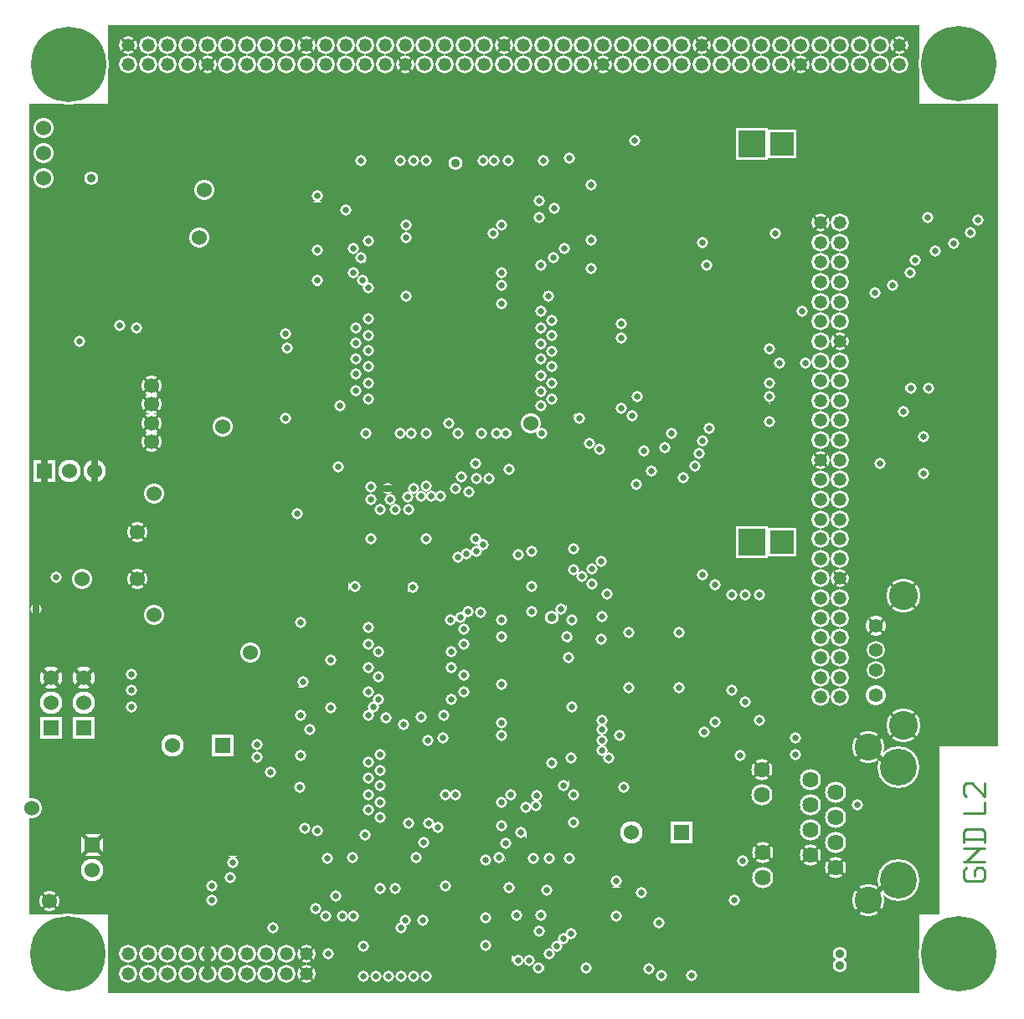
<source format=gbr>
G04 Title: (unknown), layergroup #4 *
G04 Creator: pcb-bin 1.99p *
G04 CreationDate: Sat Nov 20 18:57:41 2004 UTC *
G04 For: clock *
G04 Format: Gerber/RS-274X *
G04 PCB-Dimensions: 394051 394051 *
G04 PCB-Coordinate-Origin: lower left *
%MOIN*%
%FSLAX24Y24*%
G04 contains layers unused (7) *
%IPPOS*%
%ADD11C,0.0070*%
%ADD12C,0.0270*%
%ADD13C,0.0250*%
%ADD14C,0.0450*%
%ADD15C,0.0100*%
%ADD16C,0.0300*%
%ADD17C,0.0400*%
%ADD18C,0.0600*%
%ADD19C,0.0150*%
%ADD20C,0.0350*%
%ADD21R,0.0710X0.0710*%
%ADD22R,0.1010X0.1010*%
%ADD23C,0.0200*%
%ADD24C,0.0080*%
%ADD25R,0.0240X0.0240*%
%ADD26R,0.0540X0.0540*%
%ADD27C,0.0060*%
%ADD28C,0.0110*%
%ADD29C,0.0410*%
%ADD30R,0.0110X0.0110*%
%ADD31R,0.0410X0.0410*%
%ADD32C,0.0500*%
%ADD33R,0.0200X0.0200*%
%ADD34R,0.0500X0.0500*%
%ADD35C,0.0120*%
%ADD36C,0.0420*%
%ADD37R,0.0120X0.0120*%
%ADD38R,0.0420X0.0420*%
%ADD39R,0.0600X0.0600*%
%ADD40R,0.0900X0.0900X0.0600X0.0600*%
%ADD41R,0.0900X0.0900*%
%ADD42C,0.0900X0.0600*%
%ADD43C,0.0900*%
%ADD44R,0.1230X0.1230*%
%ADD45R,0.1530X0.1530*%
%ADD46R,0.0290X0.0290*%
%ADD47C,0.0520*%
%AMTHERM1*7,0,0,0.0720,0.0520,0.0110,45*%
%ADD48THERM1*%
%ADD49C,0.0720X0.0520*%
%ADD50C,0.0720*%
%AMTHERM2*7,0,0,0.0900,0.0600,0.0150,45*%
%ADD51THERM2*%
%ADD52C,0.3000*%
%ADD53C,0.3200X0.3000*%
%ADD54C,0.3200*%
%ADD55R,0.0470X0.0470*%
%ADD56R,0.0490X0.0490*%
%ADD57R,0.0790X0.0790*%
%ADD58R,0.0150X0.0150*%
%ADD59R,0.0450X0.0450*%
%ADD60C,0.1080*%
%ADD61C,0.0230*%
%AMTHERM3*7,0,0,0.1280,0.1080,0.0230,45*%
%ADD62THERM3*%
%ADD63C,0.1280X0.1080*%
%ADD64C,0.1280*%
%ADD65C,0.0640*%
%ADD66C,0.0840X0.0640*%
%ADD67C,0.0840*%
%AMTHERM4*7,0,0,0.0840,0.0640,0.0120,45*%
%ADD68THERM4*%
%ADD69C,0.1470*%
%ADD70C,0.1670X0.1470*%
%ADD71C,0.1670*%
%ADD72C,0.0145*%
%AMTHERM5*7,0,0,0.0840,0.0640,0.0145,45*%
%ADD73THERM5*%
%ADD74C,0.1150*%
%AMTHERM6*7,0,0,0.1350,0.1150,0.0120,45*%
%ADD75THERM6*%
%ADD76C,0.1350X0.1150*%
%ADD77C,0.1350*%
%ADD78C,0.0560*%
%ADD79C,0.0720X0.0560*%
%ADD80C,0.0800X0.0560*%
%ADD81C,0.0800*%
%AMTHERM7*7,0,0,0.0800,0.0560,0.0100,45*%
%ADD82THERM7*%
%ADD83C,0.0160*%
%ADD84C,0.0460*%
%ADD85R,0.0160X0.0160*%
%ADD86R,0.0460X0.0460*%
%ADD87R,0.2000X0.2000*%
%ADD88R,0.2200X0.2200*%
%ADD89R,0.2350X0.2350*%
%ADD90R,0.1100X0.1100*%
%ADD91R,0.1300X0.1300X0.1100X0.1100*%
%ADD92R,0.1300X0.1300*%
%ADD93R,0.0950X0.0950*%
%ADD94R,0.1150X0.1150X0.0950X0.0950*%
%ADD95R,0.1150X0.1150*%
%ADD96R,0.1180X0.1180*%
%ADD97R,0.1380X0.1380*%
%ADD98R,0.0400X0.0400*%
%ADD99R,0.1000X0.1000*%
%ADD100R,0.1200X0.1200*%
%ADD101R,0.0300X0.0300*%
%ADD102R,0.0250X0.0250*%
%ADD103R,0.0170X0.0170*%
%ADD104R,0.0560X0.0560*%
%ADD105R,0.0860X0.0860*%
%ADD106R,0.1220X0.1220*%
%ADD107R,0.1520X0.1520*%
%ADD108R,0.0800X0.0800*%
%ADD109C,0.0084*%
%ADD110C,0.0092*%
%ADD111C,0.0450X0.0250*%
%ADD112C,0.0125*%
%AMTHERM8*7,0,0,0.0800,0.0600,0.0125,45*%
%ADD113THERM8*%
%ADD114C,0.0800X0.0600*%
%ADD115C,0.0075*%
%AMTHERM9*7,0,0,0.0450,0.0250,0.0075,45*%
%ADD116THERM9*%
%ADD117C,0.0360*%
%ADD118C,0.0560X0.0360*%
%AMTHERM10*7,0,0,0.0560,0.0360,0.0080,45*%
%ADD119THERM10*%
%LNGROUP_3*%
%LPD*%
G01X0Y0D02*
G54D15*G36*
X750Y17405D02*X2400D01*
Y20105D01*
X750D01*
Y17405D01*
G37*
G36*
X393Y35861D02*X3543D01*
Y39011D01*
X35826D01*
Y35861D01*
X38976D01*
Y3578D01*
Y10271D01*
X36614D01*
Y3578D01*
X35826D01*
Y428D01*
X3543D01*
Y3578D01*
X393D01*
Y35861D01*
G37*
G36*
X16200Y23505D02*X16700D01*
Y22955D01*
X16200D01*
Y23505D01*
G37*
G36*
X21750Y6455D02*X21100D01*
Y7105D01*
X21750D01*
Y6455D01*
G37*
%LNCUTS*%
%LPC*%
G54D81*X1500Y18155D03*
Y19455D03*
X976Y33905D03*
G54D14*X5750Y25405D03*
Y25705D03*
G54D81*X976Y32905D03*
Y34905D03*
X5500Y34155D03*
Y34905D03*
Y32655D03*
Y33405D03*
G54D78*X5850Y31055D03*
X2850Y32905D03*
G54D14*X2400Y26405D03*
X4000Y27055D03*
X4650Y26955D03*
X24100Y34805D03*
X18400Y32855D03*
X19850D03*
X22300Y34705D03*
X20000Y33605D03*
X24500Y34405D03*
X18900Y33605D03*
X19450D03*
X18450D03*
X19200Y29155D03*
Y28655D03*
X20750Y28555D03*
Y30405D03*
X23950Y28205D03*
X26900Y21455D03*
X16800D03*
X16450Y23205D03*
X21900Y22755D03*
X25950D03*
X23100Y22105D03*
X22700Y22355D03*
X23950Y23755D03*
X23800Y23155D03*
X22300Y23355D03*
X20750Y25055D03*
Y24405D03*
X19750Y22755D03*
X20750Y23855D03*
X21300Y22755D03*
X19150Y23705D03*
X21950Y23605D03*
X23950Y24855D03*
X21700Y30105D03*
X21250Y29755D03*
X19200Y27905D03*
X21050Y28205D03*
X22750Y31005D03*
Y32155D03*
X20850Y33605D03*
X21350D03*
X22750Y29305D03*
Y32655D03*
Y28805D03*
X21300Y31705D03*
X19200Y31055D03*
X18850Y30705D03*
X21900Y33705D03*
X20700Y32005D03*
Y31355D03*
X20750Y29455D03*
Y27605D03*
X21200Y27255D03*
Y26655D03*
Y26005D03*
Y25405D03*
Y24755D03*
Y24105D03*
X20750Y26955D03*
Y26305D03*
Y25705D03*
X23950Y26555D03*
Y27105D03*
Y25355D03*
X15700Y33605D03*
G54D78*X17350Y33505D03*
G54D14*X17950Y33605D03*
X16200D03*
X14750Y34755D03*
X15150Y33605D03*
X13600D03*
X16650Y34705D03*
X15400Y31055D03*
Y30555D03*
X13900Y31355D03*
Y30405D03*
X15400Y28205D03*
X13900Y28555D03*
Y27905D03*
Y29455D03*
X16100Y32805D03*
X13100Y33605D03*
X13900Y32005D03*
X14650Y32805D03*
G54D81*X7350Y32455D03*
G54D14*X11850Y31805D03*
Y32205D03*
Y33205D03*
G54D81*X8450Y28605D03*
X7200Y27255D03*
X7150Y30555D03*
G54D14*X11850Y30055D03*
X13000Y31655D03*
X13300Y30105D03*
X13600Y29755D03*
X13300Y29155D03*
X11850Y30655D03*
X15150Y22755D03*
X14650D03*
X16150Y24155D03*
X18150Y21555D03*
X12250Y21655D03*
G54D81*X8100Y23005D03*
G54D14*X15600Y22755D03*
X16700D03*
X16200D03*
X13300D03*
X19350D03*
X19000D03*
X18400D03*
X17900D03*
X17450D03*
X11850Y28455D03*
X10650Y26155D03*
X13650Y28855D03*
X13900Y27305D03*
X13400Y26955D03*
X13900Y26655D03*
X13400Y26355D03*
X13900Y26055D03*
X13400Y25705D03*
X13900Y25405D03*
X13400Y25105D03*
X13900Y24755D03*
X13400Y24455D03*
X13900Y24105D03*
X12750Y23855D03*
X10600Y23355D03*
X10650Y25005D03*
X10600Y24455D03*
X11850Y28855D03*
X10600Y26705D03*
Y27805D03*
X29750Y32455D03*
Y29555D03*
X16400Y20255D03*
X18200Y20955D03*
X18700D03*
X27200Y22455D03*
X27450Y22955D03*
X27200Y17105D03*
X24566Y20721D03*
X27350Y20305D03*
X16800Y18555D03*
X17450Y17805D03*
X21450Y18155D03*
X20400Y18055D03*
X22050Y18155D03*
X22750Y30455D03*
X31300Y25555D03*
X30250D03*
X27450Y26155D03*
X29850Y26105D03*
X31150Y27605D03*
X27350Y29455D03*
X27200Y30355D03*
X24600Y24205D03*
X25683Y22188D03*
X27050Y21955D03*
X24850Y22055D03*
X24400Y23455D03*
X26433Y20971D03*
X25150Y21255D03*
X29850Y24205D03*
Y24755D03*
Y23205D03*
Y23705D03*
X38150Y31255D03*
X37850Y30755D03*
X37200Y30305D03*
X30100Y30705D03*
X36450Y30005D03*
X35650Y29655D03*
X36650Y31355D03*
X36150D03*
X35450Y29155D03*
X35500Y24555D03*
X36200D03*
X36000Y21155D03*
Y22605D03*
X34750Y28655D03*
X34050Y28355D03*
X36700Y24555D03*
X35100D03*
X19850Y1755D03*
X20300D03*
X21050Y1455D03*
X20650D03*
X21100Y2005D03*
X21400Y2305D03*
X21650Y2605D03*
X21950Y2805D03*
X26750Y1155D03*
X22550Y1455D03*
X23050D03*
X23750Y4505D03*
Y3955D03*
X23800Y2005D03*
X21650Y8705D03*
X21950Y9805D03*
X23450D03*
X23900Y10705D03*
X25000Y8805D03*
X25400Y7555D03*
X20600Y8305D03*
X22050Y8355D03*
X21200Y9605D03*
X28800Y5705D03*
X28450Y4155D03*
X28050Y3255D03*
X27800Y1155D03*
X30000Y1805D03*
X20550Y7905D03*
X20700Y2905D03*
X20750Y3555D03*
X19550Y8355D03*
X21000Y4555D03*
X20350Y6705D03*
X19550Y5755D03*
X23750Y3005D03*
Y5405D03*
Y3505D03*
Y4905D03*
X23300Y5755D03*
X22050Y7255D03*
X21900Y5805D03*
X22450Y5755D03*
X21450Y6705D03*
G54D78*X32650Y2005D03*
G54D14*X34050Y8455D03*
G54D78*X32650Y1555D03*
X34900Y2005D03*
Y1555D03*
G54D14*X17750Y6705D03*
Y6405D03*
X18450Y4205D03*
X18000Y4705D03*
X33350Y7955D03*
X35250Y14705D03*
Y12905D03*
X17150Y15305D03*
X17550Y15405D03*
X35200Y23605D03*
X27700Y16705D03*
X22800Y17355D03*
X34250Y21555D03*
X24250Y14205D03*
Y15405D03*
X17850Y15655D03*
X26250Y14205D03*
X27050Y13205D03*
Y12005D03*
X27250Y10855D03*
X30900Y10605D03*
Y9955D03*
X29450Y11305D03*
X28700Y9905D03*
X27700Y11255D03*
X28900Y12055D03*
X29450Y16305D03*
X28900D03*
X28350D03*
X18350Y15605D03*
X24250Y12605D03*
X26250Y14805D03*
X20400Y15655D03*
X19200Y14655D03*
X23200Y10505D03*
X22000Y11855D03*
X19200Y12755D03*
X22000Y11305D03*
X19200Y11805D03*
Y13705D03*
X26250Y15405D03*
X27100Y16055D03*
X24250Y16005D03*
X28350Y12505D03*
X26250Y12605D03*
X26650Y11105D03*
X23200Y11305D03*
X24250Y11405D03*
X23200Y10105D03*
X25650Y10655D03*
X24050Y8655D03*
X24250Y12005D03*
X13900Y11505D03*
Y12455D03*
X14100Y11855D03*
X14350Y9955D03*
X14600Y11405D03*
X15300Y11155D03*
X16850Y10605D03*
X16000Y11455D03*
X11200Y10555D03*
X12400Y11205D03*
X19200D03*
G54D81*X5250Y23905D03*
G54D14*X5150Y10305D03*
G54D81*X5350Y14055D03*
X5250Y24655D03*
X6900Y21355D03*
X6400Y17255D03*
G54D14*X14650Y20555D03*
X14600Y18555D03*
X15600D03*
X14000Y20605D03*
G54D81*X9500Y19205D03*
G54D14*X9450Y9855D03*
X11550Y10955D03*
X12400Y11805D03*
X12000Y10105D03*
X9450Y10355D03*
X10000Y9905D03*
X10050Y8705D03*
X11200Y12455D03*
X13900Y13405D03*
Y14355D03*
Y15005D03*
X16450Y16705D03*
X14300Y13055D03*
Y12155D03*
Y14055D03*
X15650Y16605D03*
X15300Y16505D03*
X21950Y15805D03*
X21550Y15755D03*
X24250Y13205D03*
X22000Y14355D03*
X22050Y17305D03*
X24250Y14805D03*
X19900Y16655D03*
X19850Y17905D03*
X18200Y18055D03*
X22400Y17055D03*
X22800Y16755D03*
X17800Y17955D03*
X18450Y18305D03*
X18150Y18555D03*
X16200D03*
G54D81*X2500Y16955D03*
X5350Y20355D03*
Y15505D03*
X4700Y16955D03*
Y18805D03*
G54D14*X4450Y13155D03*
Y11855D03*
Y12505D03*
X7050Y10955D03*
X16900Y11505D03*
X16250Y10505D03*
X17200Y12155D03*
X17700Y12455D03*
Y13105D03*
X17200Y13405D03*
Y14055D03*
X17700Y14355D03*
Y14955D03*
X21850Y13805D03*
X19200Y10705D03*
X22000Y10955D03*
X21800Y14655D03*
X19200Y15305D03*
X11050Y19555D03*
X13300Y20455D03*
G54D81*X9200Y14005D03*
G54D14*X11300Y12855D03*
X8850Y11005D03*
X13400Y18555D03*
X14000D03*
X12400Y13705D03*
Y15305D03*
Y14655D03*
Y12755D03*
G54D81*X500Y7805D03*
G54D14*X11200Y11505D03*
X10100Y11055D03*
X8100Y8555D03*
X10050Y8405D03*
X5500Y8205D03*
X10000Y9255D03*
X13900Y7755D03*
X14350Y8055D03*
X13900Y8355D03*
Y9655D03*
X14350Y9305D03*
X13900Y9005D03*
X14350Y8705D03*
G54D78*X21200Y15405D03*
G54D14*X23400Y16355D03*
X23200Y15455D03*
X23150Y17655D03*
X22000Y15305D03*
X23150Y14555D03*
X22050Y7755D03*
X23200Y10955D03*
X22050Y8805D03*
X15700Y20555D03*
X17100Y23155D03*
G54D81*X20350D03*
G54D14*X17600Y21005D03*
X16200Y20655D03*
X15450Y20205D03*
X14950Y19705D03*
X14750Y20105D03*
X15500Y19705D03*
X14350D03*
X19500Y21305D03*
X20800Y22755D03*
X13800D03*
X13350Y16655D03*
X20400D03*
X11200Y15205D03*
X12950Y16655D03*
X11200Y14705D03*
X17900Y20405D03*
X14000Y20105D03*
X16750Y20255D03*
X16000D03*
X17350Y20555D03*
X12700Y21405D03*
X15600D03*
G54D81*X5250Y22405D03*
Y23155D03*
G54D14*X1450Y17005D03*
X650Y15755D03*
G54D81*X1500Y18155D03*
Y19455D03*
G54D14*X24750Y4455D03*
X25050Y1405D03*
X25550Y1155D03*
X25450Y3255D03*
X16100Y6455D03*
X11200Y9905D03*
X11350Y7005D03*
X11850Y6905D03*
X12400Y7105D03*
G54D81*X1200Y4105D03*
G54D14*X16650Y7055D03*
X12600Y4305D03*
X15200Y3055D03*
X16050Y3355D03*
X15350D03*
X13300Y3505D03*
X12850D03*
X12200D03*
X11800Y3805D03*
X13250Y5855D03*
X12250Y5805D03*
X14200Y2305D03*
X14950Y4605D03*
X14350D03*
X12300Y2005D03*
Y4705D03*
X10106Y3055D03*
X13700Y2305D03*
X19350Y6405D03*
X20150Y7855D03*
X19950Y6855D03*
X19100Y5855D03*
X19200Y8055D03*
X17350Y8355D03*
X16950D03*
X18550Y2355D03*
Y5755D03*
X19450Y1855D03*
X19500Y4655D03*
X19450Y3055D03*
X18550Y3455D03*
X19800Y3555D03*
X16950Y4705D03*
X13750Y6755D03*
Y5855D03*
X11150Y8655D03*
X7650Y4155D03*
Y4705D03*
X8500Y5655D03*
Y6055D03*
X8400Y5055D03*
X15500Y7205D03*
X16300D03*
X14350Y7455D03*
X19200Y7105D03*
X16300Y5855D03*
X15800D03*
X20450Y5805D03*
X21100D03*
X13700Y1105D03*
X14700D03*
X14200D03*
X15200D03*
X15700D03*
X16200D03*
X15200Y1605D03*
G54D54*X37409Y37468D03*
G54D50*X31889Y22476D03*
X32677D03*
X35039Y38224D03*
Y37436D03*
X34252D03*
Y38224D03*
X33464D03*
Y37436D03*
X32677Y38224D03*
Y37436D03*
X31889D03*
X31102D03*
X30315D03*
X29527D03*
X31889Y38224D03*
X31102D03*
X30315D03*
X29527D03*
X28740D03*
Y37436D03*
X27952Y38224D03*
Y37436D03*
X27165Y38224D03*
Y37436D03*
X26378Y38224D03*
Y37436D03*
X25590Y38224D03*
Y37436D03*
X24803Y38224D03*
Y37436D03*
X24015Y38224D03*
Y37436D03*
X23228Y38224D03*
Y37436D03*
X22441Y38224D03*
Y37436D03*
G54D54*X1968D03*
G54D92*X29177Y34271D03*
G54D95*X30377D03*
G54D50*X31889Y31137D03*
X32677D03*
Y30350D03*
X31889D03*
Y29562D03*
X32677D03*
X31889Y28775D03*
X32677D03*
X31889Y27987D03*
X32677D03*
X31889Y27200D03*
X32677D03*
X31889Y26413D03*
X32677D03*
X31889Y25625D03*
X32677D03*
X31889Y24838D03*
X32677D03*
X31889Y24050D03*
X32677D03*
X31889Y23263D03*
X32677D03*
G54D92*X29177Y18421D03*
G54D95*X30377D03*
G54D50*X31889Y17751D03*
Y21688D03*
X32677D03*
X31889Y20901D03*
X32677D03*
X31889Y20113D03*
X32677D03*
X31889Y19326D03*
X32677D03*
X31889Y18539D03*
G54D41*X1000Y21255D03*
G54D43*X2000D03*
X3000D03*
G54D41*X8100Y10305D03*
G54D43*X6100D03*
G54D41*X2550Y11005D03*
G54D43*Y12005D03*
Y13005D03*
G54D77*X35180Y11115D03*
Y16285D03*
G54D50*X34110Y13295D03*
Y14095D03*
G54D71*X35000Y9455D03*
G54D81*X34110Y12315D03*
Y15075D03*
G54D64*X33800Y10255D03*
Y4155D03*
G54D71*X35000Y4955D03*
G54D41*X26350Y6855D03*
G54D43*X24350D03*
G54D67*X31500Y8955D03*
X29550Y9355D03*
Y8355D03*
X31500Y7955D03*
X29600Y5055D03*
Y6055D03*
X31500Y6955D03*
Y5955D03*
X32500Y5455D03*
Y6455D03*
Y7455D03*
Y8455D03*
G54D50*X32677Y18539D03*
Y17751D03*
Y16964D03*
X31889D03*
Y16176D03*
Y15389D03*
Y14601D03*
X32677D03*
Y16176D03*
Y15389D03*
X31889Y13814D03*
X32677D03*
X31889Y13027D03*
X32677D03*
X31889Y12239D03*
X32677D03*
X21653Y38224D03*
Y37436D03*
X20866Y38224D03*
Y37436D03*
X20078Y38224D03*
Y37436D03*
X19291Y38224D03*
Y37436D03*
X18503Y38224D03*
Y37436D03*
X17716Y38224D03*
Y37436D03*
X16929Y38224D03*
Y37436D03*
X16141Y38224D03*
Y37436D03*
X15354Y38224D03*
Y37436D03*
X14566Y38224D03*
Y37436D03*
X13779Y38224D03*
Y37436D03*
X12992Y38224D03*
Y37436D03*
X12204Y38224D03*
Y37436D03*
X11417Y38224D03*
Y37436D03*
X10629Y38224D03*
Y37436D03*
X9842Y38224D03*
Y37436D03*
X9055Y38224D03*
Y37436D03*
X8267Y38224D03*
Y37436D03*
X7480Y38224D03*
Y37436D03*
X6692Y38224D03*
Y37436D03*
X5905Y38224D03*
X5118D03*
X4330D03*
Y37436D03*
X5118D03*
X5905D03*
G54D54*X1937Y1995D03*
G54D41*X1250Y11005D03*
G54D43*Y12005D03*
Y13005D03*
G54D41*X2900Y6355D03*
G54D43*Y5355D03*
G54D50*X11417Y2003D03*
Y1216D03*
X10629D03*
Y2003D03*
X9842D03*
Y1216D03*
X9055D03*
X8267D03*
X9055Y2003D03*
X8267D03*
X7480D03*
Y1216D03*
X6692D03*
X5905D03*
X5118D03*
X4330D03*
X6692Y2003D03*
X5905D03*
X5118D03*
X4330D03*
G54D54*X37401D03*
G54D14*X16450Y23205D03*
X16700Y22755D03*
X16200D03*
X21450Y6705D03*
%LNTRACKS*%
%LPD*%
G54D15*G36*
X14300Y35055D02*X17150D01*
Y34355D01*
X14300D01*
Y35055D01*
G37*
G36*
X21950D02*X22700D01*
Y34405D01*
X21950D01*
Y35055D01*
G37*
G36*
X23850Y35255D02*X24350D01*
Y34555D01*
X23850D01*
Y35255D01*
G37*
G36*
X13500Y32355D02*X14400D01*
Y31005D01*
X13500D01*
Y32355D01*
G37*
G36*
X14300Y33155D02*X20350D01*
Y32455D01*
X14300D01*
Y33155D01*
G37*
G36*
X22350Y30755D02*X23200D01*
Y32405D01*
X22350D01*
Y30755D01*
G37*
G36*
X22450Y29055D02*X23050D01*
Y28455D01*
X22450D01*
Y29055D01*
G37*
G36*
X21050Y23055D02*X22200D01*
Y22455D01*
X21050D01*
Y23055D01*
G37*
G36*
X24100Y22855D02*X23500D01*
Y23455D01*
X24100D01*
Y22855D01*
G37*
G36*
X24300Y25705D02*X23600D01*
Y24505D01*
X24300D01*
Y25705D01*
G37*
G36*
X23600Y28555D02*X24350D01*
Y27855D01*
X23600D01*
Y28555D01*
G37*
G36*
X20392Y30705D02*X21100D01*
Y30055D01*
X20392D01*
Y30705D01*
G37*
G36*
X21100Y33905D02*X21600D01*
Y33205D01*
X21100D01*
Y33905D01*
G37*
G36*
X19700Y33955D02*X20350D01*
Y33155D01*
X19700D01*
Y33955D01*
G37*
G36*
X17650Y34005D02*X18200D01*
Y33055D01*
X17650D01*
Y34005D01*
G37*
G36*
X18800Y24055D02*X19550D01*
Y23305D01*
X18800D01*
Y24055D01*
G37*
G36*
X15850Y24555D02*X16500D01*
Y23705D01*
X15850D01*
Y24555D01*
G37*
G36*
X26900Y26455D02*X27850D01*
Y25605D01*
X26900D01*
Y26455D01*
G37*
G36*
X29450Y32805D02*X30350D01*
Y32055D01*
X29450D01*
Y32805D01*
G37*
G36*
Y29905D02*X30100D01*
Y29055D01*
X29450D01*
Y29905D01*
G37*
G36*
X30150Y23905D02*X29450D01*
Y23455D01*
X30150D01*
Y23905D01*
G37*
G36*
X34700Y24955D02*X35250D01*
Y24205D01*
X34700D01*
Y24955D01*
G37*
G36*
X37050Y24905D02*X36450D01*
Y24105D01*
X37050D01*
Y24905D01*
G37*
G36*
Y31005D02*X36400D01*
Y31705D01*
X37050D01*
Y31005D01*
G37*
G36*
X26950Y20655D02*X27850D01*
Y19755D01*
X26950D01*
Y20655D01*
G37*
G36*
X23950Y14455D02*X27450D01*
Y12905D01*
X23950D01*
Y14455D01*
G37*
G36*
X23900Y16355D02*X27400D01*
Y15055D01*
X23900D01*
Y16355D01*
G37*
G36*
X23950Y12255D02*X24700D01*
Y11005D01*
X23950D01*
Y12255D01*
G37*
G36*
X26200Y12305D02*X27400D01*
Y11655D01*
X26200D01*
Y12305D01*
G37*
G36*
X26250Y11405D02*X26950D01*
Y10655D01*
X26250D01*
Y11405D01*
G37*
G36*
X25350Y10955D02*X26000D01*
Y10255D01*
X25350D01*
Y10955D01*
G37*
G36*
X24750Y9105D02*X25300D01*
Y8455D01*
X24750D01*
Y9105D01*
G37*
G36*
X25150Y7855D02*X25750D01*
Y7205D01*
X25150D01*
Y7855D01*
G37*
G36*
X33700Y8805D02*X34400D01*
Y8105D01*
X33700D01*
Y8805D01*
G37*
G36*
X34250Y2705D02*X35600D01*
Y805D01*
X34250D01*
Y2705D01*
G37*
G36*
X30500Y1355D02*X29650D01*
Y2205D01*
X30500D01*
Y1355D01*
G37*
G36*
X28350Y755D02*X27450D01*
Y1555D01*
X28350D01*
Y755D01*
G37*
G36*
X28400Y2855D02*X27650D01*
Y3605D01*
X28400D01*
Y2855D01*
G37*
G36*
X34900Y15005D02*X36000D01*
Y12305D01*
X34900D01*
Y15005D01*
G37*
G36*
X21750Y16055D02*X22200D01*
Y15555D01*
X21850D01*
X21800Y15605D01*
Y16055D01*
X21750D01*
G37*
G36*
Y14405D02*X21850D01*
X22050Y14605D01*
X22250D01*
Y14105D01*
X21750D01*
Y14405D01*
G37*
G36*
X21650Y10555D02*X22350D01*
Y11605D01*
X21650D01*
Y10555D01*
G37*
G36*
X21150Y7005D02*X21750D01*
Y6355D01*
X21150D01*
Y7005D01*
G37*
G36*
X22150Y6055D02*X24150D01*
Y5155D01*
X22150D01*
Y6055D01*
G37*
G36*
X23500Y1655D02*X24150D01*
Y3255D01*
X23500D01*
Y1655D01*
G37*
G36*
Y4655D02*X24000D01*
Y3755D01*
X23500D01*
Y4655D01*
G37*
G36*
X23510Y1005D02*X22800D01*
Y2005D01*
X23510D01*
Y1005D01*
G37*
G36*
X21400Y1055D02*X20900D01*
Y1705D01*
X21400D01*
Y1055D01*
G37*
G36*
X19800Y2655D02*X19150D01*
Y3305D01*
X19800D01*
Y2655D01*
G37*
G36*
X17650Y5105D02*X18830D01*
Y3855D01*
X17650D01*
Y5105D01*
G37*
G36*
X17450Y7055D02*X18100D01*
Y6055D01*
X17450D01*
Y7055D01*
G37*
G36*
X14850Y1905D02*X15550D01*
Y1355D01*
X14850D01*
Y1905D01*
G37*
G36*
X19200Y2105D02*X19650D01*
Y1955D01*
X19600Y1905D01*
Y1605D01*
X19200D01*
Y2105D01*
G37*
G36*
X20750Y6305D02*X20200D01*
Y7155D01*
X20750D01*
Y6305D01*
G37*
G36*
X21900Y9105D02*X22370D01*
Y8585D01*
X21900D01*
Y9105D01*
G37*
G36*
X21750Y8005D02*X22350D01*
Y7505D01*
X21750D01*
Y8005D01*
G37*
G36*
X19950Y5505D02*X19350D01*
Y6005D01*
X19950D01*
Y5505D01*
G37*
G36*
X14600Y2005D02*X13950D01*
Y2605D01*
X14600D01*
Y2005D01*
G37*
G36*
X14050Y5555D02*X13500D01*
Y6205D01*
X14050D01*
Y5555D01*
G37*
G36*
X12150Y7505D02*X12700D01*
Y6705D01*
X12150D01*
Y7505D01*
G37*
G36*
X12300Y9705D02*X11700D01*
Y10505D01*
X12300D01*
Y9705D01*
G37*
G36*
X12800Y10895D02*X12100D01*
Y11505D01*
X12800D01*
Y10895D01*
G37*
G36*
X12730Y12455D02*X12050D01*
Y13155D01*
X12730D01*
Y12455D01*
G37*
G36*
X9650Y8005D02*X10450D01*
Y9005D01*
X9650D01*
Y8005D01*
G37*
G36*
X9800Y11405D02*X10450D01*
Y10755D01*
X9800D01*
Y11405D01*
G37*
G36*
X8500Y11355D02*X9200D01*
Y10705D01*
X8500D01*
Y11355D01*
G37*
G36*
X6800Y11255D02*X7300D01*
Y10655D01*
X6800D01*
Y11255D01*
G37*
G36*
X4850Y10605D02*X5450D01*
Y10005D01*
X4850D01*
Y10605D01*
G37*
G36*
X5200Y8505D02*X5900D01*
Y7805D01*
X5200D01*
Y8505D01*
G37*
G36*
X8050Y6405D02*X9050D01*
Y5905D01*
X8050D01*
Y6405D01*
G37*
G36*
X10300Y10255D02*X9750D01*
Y9505D01*
X10300D01*
Y10255D01*
G37*
G36*
X10950Y10805D02*X11300D01*
X11450Y10655D01*
Y10305D01*
X10950D01*
Y10805D01*
G37*
G36*
X12730Y14305D02*X10950D01*
Y14955D01*
X12730D01*
Y14305D01*
G37*
G36*
X11450Y12205D02*X10900D01*
Y12605D01*
X11450D01*
Y12205D01*
G37*
G36*
X11950Y15655D02*X12900D01*
Y14955D01*
X11950D01*
Y15655D01*
G37*
G36*
X18870Y14055D02*X19500D01*
Y13255D01*
X18870D01*
Y14055D01*
G37*
G36*
X18800Y12145D02*X19550D01*
Y11505D01*
X18800D01*
Y12145D01*
G37*
G36*
X16050Y6155D02*X16600D01*
Y5485D01*
X16050D01*
Y6155D01*
G37*
G36*
X12000Y4955D02*Y4455D01*
X12400D01*
X12550Y4605D01*
Y4985D01*
X12000D01*
Y5005D01*
Y5055D01*
Y5105D01*
Y4955D01*
G37*
G36*
X7800Y8955D02*X8450D01*
Y8205D01*
X7800D01*
Y8955D01*
G37*
G36*
X17200Y18205D02*X16500D01*
Y18905D01*
X17200D01*
Y18205D01*
G37*
G36*
X15300Y18855D02*X15850D01*
Y18205D01*
X15300D01*
Y18855D01*
G37*
G36*
X14300Y18905D02*X14950D01*
Y17955D01*
X14300D01*
Y18905D01*
G37*
G36*
X13100D02*X13700D01*
Y18205D01*
X13100D01*
Y18905D01*
G37*
G36*
X13000Y20755D02*X13600D01*
Y20155D01*
X13000D01*
Y20755D01*
G37*
G36*
X11950Y21905D02*X12500D01*
Y21605D01*
Y21505D01*
X12350Y21355D01*
X11950D01*
Y21905D01*
G37*
G36*
X15250Y21705D02*X17200D01*
Y21105D01*
X15250D01*
Y21705D01*
G37*
G36*
X16200Y23005D02*X16300D01*
X16450Y22855D01*
Y22505D01*
X16950D01*
Y22905D01*
X16800Y23055D01*
Y23455D01*
X16200D01*
Y23005D01*
G37*
G36*
X13000Y23105D02*X13550D01*
Y22405D01*
X13000D01*
Y23105D01*
G37*
G36*
X14400D02*X14900D01*
Y22455D01*
X14400D01*
Y23105D01*
G37*
G36*
X17700Y23155D02*X18170D01*
Y22405D01*
X17700D01*
Y23155D01*
G37*
G36*
X19600Y22455D02*X20050D01*
Y22805D01*
X19800Y23055D01*
X19600D01*
Y22455D01*
G37*
G36*
X10050Y25455D02*X11150D01*
Y24055D01*
X10050D01*
Y25455D01*
G37*
G36*
X10300Y28155D02*X11000D01*
Y27455D01*
X10300D01*
Y28155D01*
G37*
G36*
X12350Y28055D02*X11300D01*
Y28605D01*
X12350D01*
Y28055D01*
G37*
G36*
X14200Y29155D02*X13650D01*
Y29455D01*
X13900Y29705D01*
X14200D01*
Y29155D01*
G37*
G36*
X12200Y31505D02*X11500D01*
Y31955D01*
X12200D01*
Y31505D01*
G37*
G36*
X11450Y33655D02*X12200D01*
Y32905D01*
X11450D01*
Y33655D01*
G37*
G36*
X12750Y33905D02*X13350D01*
Y33205D01*
X12750D01*
Y33905D01*
G37*
G36*
X13600Y28155D02*X14350D01*
Y27605D01*
X13600D01*
Y28155D01*
G37*
G36*
X11500Y31005D02*X12350D01*
Y30355D01*
X11500D01*
Y31005D01*
G37*
G36*
X21900Y23305D02*X22250Y23655D01*
Y24005D01*
X21650D01*
Y23255D01*
X21850D01*
X21900Y23305D01*
G37*
G36*
X20500Y28255D02*X20750D01*
X21000Y28505D01*
Y28855D01*
X20500D01*
Y28255D01*
G37*
G36*
X12600Y17055D02*X13100D01*
Y16305D01*
X12600D01*
Y17055D01*
G37*
G36*
X14950Y16905D02*X15450D01*
Y16105D01*
X14950D01*
Y16905D01*
G37*
G36*
X16120Y17105D02*X16800D01*
Y16355D01*
X16120D01*
Y17105D01*
G37*
G36*
X19600Y16955D02*X20150D01*
Y16355D01*
X19600D01*
Y16955D01*
G37*
G36*
X21100Y18505D02*X21750D01*
Y17755D01*
X21100D01*
Y18505D01*
G37*
G36*
X5450Y31455D02*X6350D01*
Y30405D01*
X5450D01*
Y31455D01*
G37*
G36*
X5400Y26205D02*X6150D01*
Y25105D01*
X5400D01*
Y26205D01*
G37*
G36*
X9000Y28055D02*X7850D01*
Y29255D01*
X9000D01*
Y28055D01*
G37*
G36*
X6650Y27855D02*X7800D01*
Y26655D01*
X6650D01*
Y27855D01*
G37*
G36*
X4850Y35705D02*X6000D01*
Y32055D01*
X4850D01*
Y35705D01*
G37*
G36*
X8900Y19805D02*X10150D01*
Y18555D01*
X8900D01*
Y19805D01*
G37*
G36*
X6400Y21955D02*X7400D01*
Y20605D01*
X6400D01*
Y21955D01*
G37*
G36*
X5850Y17755D02*X6900D01*
Y16705D01*
X5850D01*
Y17755D01*
G37*
G36*
X4750Y14505D02*X6000D01*
Y13505D01*
X4750D01*
Y14505D01*
G37*
G36*
X2450Y17555D02*X900D01*
Y20055D01*
X2450D01*
Y17555D01*
G37*
G54D13*X3000Y21905D02*Y20555D01*
X1000Y22155D02*Y20355D01*
X650Y16105D02*Y15405D01*
X14350Y20555D02*X15000D01*
X7480Y1216D02*Y2585D01*
G04 Text: GND L2 *
G54D109*X37600Y5325D02*X37705Y5430D01*
X37600Y5325D02*Y5010D01*
X37705Y4905D02*X37600Y5010D01*
X37705Y4905D02*X38335D01*
X38440Y5010D01*
Y5325D02*Y5010D01*
Y5325D02*X38335Y5430D01*
X38125D02*X38335D01*
X38020Y5325D02*X38125Y5430D01*
X38020Y5325D02*Y5115D01*
X37600Y5682D02*X38440D01*
X37600D02*X37705D01*
X38230Y6207D01*
X37600D02*X38440D01*
X37600Y6564D02*X38440D01*
X37600Y6879D02*X37705Y6984D01*
X38335D01*
X38440Y6879D02*X38335Y6984D01*
X38440Y6879D02*Y6459D01*
X37600Y6879D02*Y6459D01*
Y7614D02*X38440D01*
Y8034D02*Y7614D01*
X37705Y8286D02*X37600Y8391D01*
Y8706D02*Y8391D01*
Y8706D02*X37705Y8811D01*
X37915D01*
X38440Y8286D02*X37915Y8811D01*
X38440D02*Y8286D01*
G54D39*X8100Y10305D03*
G54D18*X6100D03*
G54D47*X31889Y31137D03*
G54D28*X31637Y31389D02*X32141Y30885D01*
X31637D02*X32141Y31389D01*
G54D47*X32677Y31137D03*
Y30350D03*
X31889D03*
Y29562D03*
X32677D03*
X31889Y28775D03*
X32677D03*
X31889Y27987D03*
X32677D03*
X31889Y27200D03*
X32677D03*
X31889Y26413D03*
X32677D03*
G54D28*X32425Y26665D02*X32929Y26161D01*
X32425D02*X32929Y26665D01*
G54D47*X31889Y25625D03*
X32677D03*
X31889Y24838D03*
X32677D03*
X31889Y24050D03*
X32677D03*
X31889Y23263D03*
X32677D03*
X31889Y22476D03*
X32677D03*
X31889Y21688D03*
G54D28*X31637Y21940D02*X32141Y21436D01*
X31637D02*X32141Y21940D01*
G54D47*X32677Y21688D03*
X31889Y20901D03*
X32677D03*
X31889Y20113D03*
X32677D03*
X31889Y19326D03*
X32677D03*
X31889Y18539D03*
X32677D03*
X31889Y17751D03*
X32677D03*
X31889Y16964D03*
X32677D03*
G54D28*X32425Y17216D02*X32929Y16712D01*
X32425D02*X32929Y17216D01*
G54D47*X31889Y16176D03*
X32677D03*
X31889Y15389D03*
X32677D03*
X31889Y14601D03*
X32677D03*
X31889Y13814D03*
X32677D03*
X31889Y13027D03*
X32677D03*
X31889Y12239D03*
X32677D03*
G54D39*X2900Y6355D03*
G54D19*X2450Y6805D02*X3350Y5905D01*
X2450D02*X3350Y6805D01*
G54D18*X2900Y5355D03*
G54D47*X11417Y2003D03*
G54D28*X11165Y2255D02*X11669Y1751D01*
X11165D02*X11669Y2255D01*
G54D47*X11417Y1216D03*
G54D28*X11165Y1468D02*X11669Y964D01*
X11165D02*X11669Y1468D01*
G54D47*X10629Y1216D03*
Y2003D03*
X9842D03*
Y1216D03*
X9055Y2003D03*
Y1216D03*
X8267Y2003D03*
Y1216D03*
X7480Y2003D03*
Y1216D03*
X6692Y2003D03*
Y1216D03*
X5905Y2003D03*
Y1216D03*
X5118Y2003D03*
Y1216D03*
X4330Y2003D03*
Y1216D03*
G54D39*X1250Y11005D03*
G54D18*Y12005D03*
Y13005D03*
G54D19*X935Y13320D02*X1565Y12690D01*
X935D02*X1565Y13320D01*
G54D52*X37401Y2003D03*
X1937Y1995D03*
X1968Y37436D03*
X37409Y37468D03*
G54D39*X26350Y6855D03*
G54D18*X24350D03*
G54D47*X35039Y38224D03*
G54D28*X34787Y38476D02*X35291Y37972D01*
X34787D02*X35291Y38476D01*
G54D47*X35039Y37436D03*
X34252D03*
Y38224D03*
X33464D03*
Y37436D03*
X32677Y38224D03*
Y37436D03*
X31889Y38224D03*
Y37436D03*
X31102Y38224D03*
Y37436D03*
G54D28*X30850Y37688D02*X31354Y37184D01*
X30850D02*X31354Y37688D01*
G54D47*X30315Y38224D03*
Y37436D03*
X29527Y38224D03*
Y37436D03*
X28740Y38224D03*
Y37436D03*
X27952Y38224D03*
Y37436D03*
X27165Y38224D03*
G54D28*X26913Y38476D02*X27417Y37972D01*
X26913D02*X27417Y38476D01*
G54D47*X27165Y37436D03*
X26378Y38224D03*
Y37436D03*
X25590Y38224D03*
Y37436D03*
X24803Y38224D03*
Y37436D03*
X24015Y38224D03*
Y37436D03*
X23228Y38224D03*
Y37436D03*
G54D28*X22976Y37688D02*X23480Y37184D01*
X22976D02*X23480Y37688D01*
G54D47*X22441Y38224D03*
Y37436D03*
X21653Y38224D03*
Y37436D03*
X20866Y38224D03*
Y37436D03*
X20078Y38224D03*
Y37436D03*
X19291Y38224D03*
G54D28*X19039Y38476D02*X19543Y37972D01*
X19039D02*X19543Y38476D01*
G54D47*X19291Y37436D03*
X18503Y38224D03*
Y37436D03*
X17716Y38224D03*
Y37436D03*
X16929Y38224D03*
Y37436D03*
X16141Y38224D03*
Y37436D03*
X15354Y38224D03*
Y37436D03*
G54D28*X15102Y37688D02*X15606Y37184D01*
X15102D02*X15606Y37688D01*
G54D47*X14566Y38224D03*
Y37436D03*
X13779Y38224D03*
Y37436D03*
X12992Y38224D03*
Y37436D03*
X12204Y38224D03*
Y37436D03*
X11417Y38224D03*
G54D28*X11165Y38476D02*X11669Y37972D01*
X11165D02*X11669Y38476D01*
G54D47*X11417Y37436D03*
X10629Y38224D03*
Y37436D03*
X9842Y38224D03*
Y37436D03*
X9055Y38224D03*
Y37436D03*
X8267Y38224D03*
Y37436D03*
X7480Y38224D03*
Y37436D03*
G54D28*X7228Y37688D02*X7732Y37184D01*
X7228D02*X7732Y37688D01*
G54D47*X6692Y38224D03*
Y37436D03*
X5905Y38224D03*
X5118D03*
X4330D03*
G54D28*X4078Y38476D02*X4582Y37972D01*
X4078D02*X4582Y38476D01*
G54D47*X4330Y37436D03*
X5118D03*
X5905D03*
G54D60*X33800Y4155D03*
G54D61*X33352Y4603D02*X34248Y3707D01*
X33352D02*X34248Y4603D01*
G54D60*X33800Y10255D03*
G54D61*X33352Y10703D02*X34248Y9807D01*
X33352D02*X34248Y10703D01*
G54D65*X31500Y8955D03*
X29550Y9355D03*
G54D35*X29256Y9649D02*X29844Y9061D01*
X29256D02*X29844Y9649D01*
G54D65*X29550Y8355D03*
X29600Y5055D03*
Y6055D03*
G54D35*X29306Y6349D02*X29894Y5761D01*
X29306D02*X29894Y6349D01*
G54D65*X31500Y7955D03*
G54D69*X35000Y4955D03*
Y9455D03*
G54D65*X31500Y6955D03*
Y5955D03*
G54D72*X31206Y6249D02*X31794Y5661D01*
X31206D02*X31794Y6249D01*
G54D65*X32500Y5455D03*
G54D72*X32206Y5749D02*X32794Y5161D01*
X32206D02*X32794Y5749D01*
G54D65*X32500Y6455D03*
Y7455D03*
Y8455D03*
G54D39*X2550Y11005D03*
G54D18*Y12005D03*
Y13005D03*
G54D19*X2235Y13320D02*X2865Y12690D01*
X2235D02*X2865Y13320D01*
G54D74*X35180Y11115D03*
G54D35*X34707Y11587D02*X35652Y10642D01*
X34707D02*X35652Y11587D01*
G54D74*X35180Y16285D03*
G54D35*X34707Y16757D02*X35652Y15812D01*
X34707D02*X35652Y16757D01*
G54D78*X34110Y13295D03*
Y14095D03*
Y12315D03*
Y15075D03*
G54D15*X33830Y15355D02*X34390Y14795D01*
X33830D02*X34390Y15355D01*
G54D39*X1000Y21255D03*
G54D18*X2000D03*
X3000D03*
G54D90*X29177Y18421D03*
Y34271D03*
G54D93*X30377D03*
Y18421D03*
G54D13*X16100Y6455D03*
X13900Y11505D03*
X15450Y20205D03*
X12600Y4305D03*
X17700Y13105D03*
X17200Y13405D03*
Y14055D03*
X17700Y14355D03*
Y14955D03*
X13900Y13405D03*
X16900Y11505D03*
X14300Y13055D03*
X13900Y12455D03*
X14300Y12155D03*
Y14055D03*
X13900Y14355D03*
Y15005D03*
X15650Y16605D03*
X19350Y6405D03*
X15200Y1105D03*
X24600Y24205D03*
X25683Y22188D03*
X27050Y21955D03*
X26433Y20971D03*
X26900Y21455D03*
X15700Y20555D03*
Y1105D03*
X21650Y8705D03*
X21950Y9805D03*
X13700Y1105D03*
X23450Y9805D03*
X20700Y2905D03*
X23900Y10705D03*
X19850Y1755D03*
X27200Y22455D03*
X27450Y22955D03*
X20300Y1755D03*
X27200Y17105D03*
X27250Y10855D03*
X20150Y7855D03*
X16400Y20255D03*
X16650Y7055D03*
X14100Y11855D03*
X12300Y2005D03*
G54D18*X7350Y32455D03*
X2500Y16955D03*
X5350Y20355D03*
G54D13*X30900Y10605D03*
Y9955D03*
X29450Y11305D03*
X26750Y1155D03*
X28700Y9905D03*
X20600Y8305D03*
X20550Y7905D03*
X15500Y7205D03*
X16300D03*
X16250Y10505D03*
X11850Y28455D03*
X17200Y12155D03*
X21200Y9605D03*
X14700Y1105D03*
G54D18*X9200Y14005D03*
G54D13*X20400Y15655D03*
X17700Y12455D03*
X21100Y2005D03*
X23100Y22105D03*
X21400Y2305D03*
X24850Y22055D03*
X21650Y2605D03*
X11200Y9905D03*
X22050Y8355D03*
X21950Y2805D03*
X12300Y4705D03*
X11850Y30055D03*
X27700Y11255D03*
X15300Y16505D03*
X25150Y21255D03*
X14200Y2305D03*
G54D115*X14042Y2462D02*X14357Y2147D01*
X14042D02*X14357Y2462D01*
G54D13*X29450Y16305D03*
X28900Y12055D03*
Y16305D03*
X13750Y6755D03*
X28350Y16305D03*
X10650Y26155D03*
G54D18*X7150Y30555D03*
G54D13*X33350Y7955D03*
X22750Y30455D03*
X19500Y21305D03*
X24400Y23455D03*
X35200Y23605D03*
X16300Y5855D03*
G54D115*X16142Y6012D02*X16457Y5697D01*
X16142D02*X16457Y6012D01*
G54D13*X14950Y4605D03*
X14350D03*
X10106Y3055D03*
X15200D03*
X27700Y16705D03*
X31300Y25555D03*
X30250D03*
X29850Y24205D03*
X20750Y3555D03*
X23200Y10105D03*
X7650Y4705D03*
X13750Y5855D03*
G54D115*X13592Y6012D02*X13907Y5697D01*
X13592D02*X13907Y6012D01*
G54D13*X25650Y10655D03*
G54D115*X25492Y10812D02*X25807Y10497D01*
X25492D02*X25807Y10812D01*
G54D13*X22800Y17355D03*
X34250Y21555D03*
X38150Y31255D03*
X37850Y30755D03*
X23200Y10505D03*
X37200Y30305D03*
X36450Y30005D03*
X35650Y29655D03*
X15150Y33605D03*
X15700D03*
X35450Y29155D03*
X34750Y28655D03*
X18900Y33605D03*
X19450D03*
X34050Y28355D03*
X17100Y23155D03*
X21050Y1455D03*
X24250Y13205D03*
G54D115*X24092Y13362D02*X24407Y13047D01*
X24092D02*X24407Y13362D01*
G54D13*X19200Y10705D03*
X22000Y14355D03*
G54D117*X17350Y33505D03*
G54D13*X15400Y28205D03*
X21950Y15805D03*
X19900Y16655D03*
G54D115*X19742Y16812D02*X20057Y16497D01*
X19742D02*X20057Y16812D01*
G54D13*X22750Y31005D03*
G54D115*X22592Y31162D02*X22907Y30847D01*
X22592D02*X22907Y31162D01*
G54D13*X23750Y3005D03*
G54D115*X23592Y3162D02*X23907Y2847D01*
X23592D02*X23907Y3162D01*
G54D13*X16450Y16705D03*
G54D115*X16292Y16862D02*X16607Y16547D01*
X16292D02*X16607Y16862D01*
G54D13*X14950Y19705D03*
G54D18*X20350Y23155D03*
G54D13*X11050Y19555D03*
X14750Y20105D03*
X15500Y19705D03*
X14350D03*
X14000Y20105D03*
X16750Y20255D03*
X25950Y22755D03*
X16000Y20255D03*
X19850Y17905D03*
X17350Y20555D03*
X21550Y15755D03*
X21850Y13805D03*
X11150Y8655D03*
X12700Y21405D03*
X17600Y21005D03*
X22000Y10955D03*
G54D115*X21842Y11112D02*X22157Y10797D01*
X21842D02*X22157Y11112D01*
G54D13*X21800Y14655D03*
X35500Y24555D03*
X18200Y18055D03*
X19550Y8355D03*
X19200Y8055D03*
X22400Y17055D03*
X22800Y16755D03*
X15150Y22755D03*
X15600D03*
X17800Y17955D03*
X18450Y18305D03*
X21300Y31705D03*
X19200Y31055D03*
X18850Y30705D03*
X21700Y30105D03*
X21250Y29755D03*
X19200Y29155D03*
Y28655D03*
X21050Y28205D03*
X20750Y27605D03*
X21200Y27255D03*
X20750Y26955D03*
X21200Y26655D03*
X20750Y26305D03*
X21200Y26005D03*
X20750Y25705D03*
X21200Y25405D03*
X20750Y25055D03*
X21200Y24755D03*
X20750Y24405D03*
X21200Y24105D03*
X18150Y18555D03*
X17350Y8355D03*
X9450Y9855D03*
X16950Y8355D03*
X9450Y10355D03*
X19350Y22755D03*
X22050Y17305D03*
X13000Y31655D03*
X15400Y31055D03*
Y30555D03*
X13300Y30105D03*
X13600Y29755D03*
X13300Y29155D03*
X13650Y28855D03*
X30100Y30705D03*
X14350Y9955D03*
X13900Y27305D03*
X13400Y26955D03*
X13900Y26655D03*
X13400Y26355D03*
X13900Y26055D03*
X13400Y25705D03*
X13900Y25405D03*
X13400Y25105D03*
X13900Y24755D03*
X13400Y24455D03*
X13900Y24105D03*
X18350Y15605D03*
X16850Y10605D03*
X19000Y22755D03*
X14600Y11405D03*
G54D18*X500Y7805D03*
G54D13*X13900Y31355D03*
G54D117*X21200Y15405D03*
G54D13*X23400Y16355D03*
X8500Y5655D03*
X22050Y7755D03*
G54D115*X21892Y7912D02*X22207Y7597D01*
X21892D02*X22207Y7912D01*
G54D13*X10000Y9255D03*
X23200Y15455D03*
X23150Y17655D03*
X28800Y5705D03*
X28450Y4155D03*
X14350Y7455D03*
X16050Y3355D03*
X15350D03*
X22000Y15305D03*
X13300Y3505D03*
X13900Y7755D03*
X14350Y8055D03*
X13900Y9655D03*
X14350Y9305D03*
X13900Y9005D03*
X14350Y8705D03*
X13900Y8355D03*
X13350Y16655D03*
X23150Y14555D03*
X20400Y16655D03*
X23200Y10955D03*
X11850Y30655D03*
G54D115*X11692Y30812D02*X12007Y30497D01*
X11692D02*X12007Y30812D01*
G54D13*X22050Y7255D03*
X11200Y11505D03*
Y15205D03*
X10100Y11055D03*
G54D115*X9942Y11212D02*X10257Y10897D01*
X9942D02*X10257Y11212D01*
G54D13*X12750Y23855D03*
X18400Y22755D03*
X20800D03*
X7650Y4155D03*
X13800Y22755D03*
X8500Y6055D03*
X12950Y16655D03*
X17950Y33605D03*
G54D115*X17792Y33762D02*X18107Y33447D01*
X17792D02*X18107Y33762D01*
G54D13*X11200Y14705D03*
G54D115*X11042Y14862D02*X11357Y14547D01*
X11042D02*X11357Y14862D01*
G54D13*X22050Y8805D03*
X23750Y5405D03*
G54D115*X23592Y5562D02*X23907Y5247D01*
X23592D02*X23907Y5562D01*
G54D13*X22750Y32155D03*
G54D115*X22592Y32312D02*X22907Y31997D01*
X22592D02*X22907Y32312D01*
G54D13*X17900Y20405D03*
X11850Y31805D03*
Y28855D03*
Y32205D03*
X18450Y33605D03*
X20850D03*
X16200D03*
X23750Y3505D03*
X13600Y33605D03*
X23750Y4905D03*
X19750Y22755D03*
X17900D03*
G54D115*X17742Y22912D02*X18057Y22597D01*
X17742D02*X18057Y22912D01*
G54D13*X22550Y1455D03*
X10000Y9905D03*
G54D115*X9842Y10062D02*X10157Y9747D01*
X9842D02*X10157Y10062D01*
G54D13*X20650Y1455D03*
X18550Y2355D03*
X21300Y22755D03*
G54D115*X21142Y22912D02*X21457Y22597D01*
X21142D02*X21457Y22912D01*
G54D13*X21350Y33605D03*
G54D115*X21192Y33762D02*X21507Y33447D01*
X21192D02*X21507Y33762D01*
G54D13*X23050Y1455D03*
G54D115*X22892Y1612D02*X23207Y1297D01*
X22892D02*X23207Y1612D01*
G54D13*X14650Y22755D03*
G54D115*X14492Y22912D02*X14807Y22597D01*
X14492D02*X14807Y22912D01*
G54D13*X27450Y26155D03*
G54D115*X27292Y26312D02*X27607Y25997D01*
X27292D02*X27607Y26312D01*
G54D13*X16700Y22755D03*
G54D115*X16542Y22912D02*X16857Y22597D01*
X16542D02*X16857Y22912D01*
G54D13*X13300Y22755D03*
G54D115*X13142Y22912D02*X13457Y22597D01*
X13142D02*X13457Y22912D01*
G54D13*X22750Y29305D03*
Y32655D03*
X23300Y5755D03*
G54D115*X23142Y5912D02*X23457Y5597D01*
X23142D02*X23457Y5912D01*
G54D13*X19450Y1855D03*
X15600Y21405D03*
G54D115*X15442Y21562D02*X15757Y21247D01*
X15442D02*X15757Y21562D01*
G54D13*X10050Y8705D03*
G54D115*X9892Y8862D02*X10207Y8547D01*
X9892D02*X10207Y8862D01*
G54D13*X16650Y34705D03*
G54D115*X16492Y34862D02*X16807Y34547D01*
X16492D02*X16807Y34862D01*
G54D13*X22700Y22355D03*
X12850Y3505D03*
X16150Y24155D03*
G54D115*X15992Y24312D02*X16307Y23997D01*
X15992D02*X16307Y24312D01*
G54D13*X18200Y20955D03*
X17450Y22755D03*
X24250Y12605D03*
X11200Y12455D03*
X26250Y14805D03*
X18550Y3455D03*
X19500Y4655D03*
X22000Y11855D03*
X26250Y15405D03*
G54D115*X26092Y15562D02*X26407Y15247D01*
X26092D02*X26407Y15562D01*
G54D13*X21900Y5805D03*
X19450Y3055D03*
G54D115*X19292Y3212D02*X19607Y2897D01*
X19292D02*X19607Y3212D01*
G54D13*X13400Y18555D03*
G54D115*X13242Y18712D02*X13557Y18397D01*
X13242D02*X13557Y18712D01*
G54D13*X11300Y12855D03*
X22750Y28805D03*
G54D115*X22592Y28962D02*X22907Y28647D01*
X22592D02*X22907Y28962D01*
G54D13*X13100Y33605D03*
G54D115*X12942Y33762D02*X13257Y33447D01*
X12942D02*X13257Y33762D01*
G54D13*X16200Y22755D03*
X14000Y18555D03*
X16200D03*
X19800Y3555D03*
X19950Y6855D03*
X12200Y3505D03*
X11800Y3805D03*
X21000Y4555D03*
X18550Y5755D03*
X19100Y5855D03*
X13250D03*
X13700Y2305D03*
X15800Y5855D03*
X16200Y1105D03*
X14200D03*
X12250Y5805D03*
X11350Y7005D03*
X11850Y6905D03*
X28350Y12505D03*
X18150Y21555D03*
X29850Y26105D03*
X31150Y27605D03*
X1450Y17005D03*
X22300Y23355D03*
X18700Y20955D03*
G54D18*X5350Y15505D03*
G54D13*X11550Y10955D03*
X24050Y8655D03*
X23950Y26555D03*
X16950Y4705D03*
X8400Y5055D03*
X21900Y33705D03*
X36200Y24555D03*
G54D18*X976Y32905D03*
Y33905D03*
Y34905D03*
G54D13*X29850Y24755D03*
X4450Y13155D03*
G54D117*X32650Y1555D03*
Y2005D03*
G54D13*X26250Y12605D03*
X16000Y11455D03*
G54D18*X4700Y16955D03*
G54D112*X4420Y17235D02*X4980Y16675D01*
X4420D02*X4980Y17235D01*
G54D13*X23200Y11305D03*
X24566Y20721D03*
X13900Y28555D03*
X20700Y32005D03*
Y31355D03*
X20750Y29455D03*
X19200Y27905D03*
X20750Y23855D03*
X13900Y30405D03*
X23950Y23755D03*
X27350Y29455D03*
X19200Y11205D03*
Y12755D03*
Y14655D03*
Y15305D03*
X12400Y13705D03*
X24750Y4455D03*
X12400Y11805D03*
X19200Y7105D03*
X25450Y3255D03*
X25050Y1405D03*
X10600Y26705D03*
Y23355D03*
X23950Y27105D03*
X29850Y23205D03*
X27200Y30355D03*
X25550Y1155D03*
X24250Y14805D03*
X24100Y34805D03*
G54D115*X23942Y34962D02*X24257Y34647D01*
X23942D02*X24257Y34962D01*
G54D13*X20450Y5805D03*
X21100D03*
X4450Y11855D03*
Y12505D03*
X15200Y1605D03*
G54D115*X15042Y1762D02*X15357Y1447D01*
X15042D02*X15357Y1762D01*
G54D13*X22450Y5755D03*
G54D115*X22292Y5912D02*X22607Y5597D01*
X22292D02*X22607Y5912D01*
G54D13*X21450Y6705D03*
G54D115*X21292Y6862D02*X21607Y6547D01*
X21292D02*X21607Y6862D01*
G54D13*X16800Y21455D03*
G54D115*X16642Y21612D02*X16957Y21297D01*
X16642D02*X16957Y21612D01*
G54D13*X22000Y11305D03*
G54D115*X21842Y11462D02*X22157Y11147D01*
X21842D02*X22157Y11462D01*
G54D13*X27100Y16055D03*
G54D115*X26942Y16212D02*X27257Y15897D01*
X26942D02*X27257Y16212D01*
G54D13*X8100Y8555D03*
G54D115*X7942Y8712D02*X8257Y8397D01*
X7942D02*X8257Y8712D01*
G54D13*X24250Y16005D03*
G54D115*X24092Y16162D02*X24407Y15847D01*
X24092D02*X24407Y16162D01*
G54D13*X24250Y11405D03*
G54D115*X24092Y11562D02*X24407Y11247D01*
X24092D02*X24407Y11562D01*
G54D13*X26650Y11105D03*
G54D115*X26492Y11262D02*X26807Y10947D01*
X26492D02*X26807Y11262D01*
G54D13*X23800Y23155D03*
G54D115*X23642Y23312D02*X23957Y22997D01*
X23642D02*X23957Y23312D01*
G54D13*X19150Y23705D03*
G54D115*X18992Y23862D02*X19307Y23547D01*
X18992D02*X19307Y23862D01*
G54D13*X10050Y8405D03*
G54D115*X9892Y8562D02*X10207Y8247D01*
X9892D02*X10207Y8562D01*
G54D13*X11850Y33205D03*
G54D115*X11692Y33362D02*X12007Y33047D01*
X11692D02*X12007Y33362D01*
G54D13*X21950Y23605D03*
X16450Y23205D03*
G54D115*X16292Y23362D02*X16607Y23047D01*
X16292D02*X16607Y23362D01*
G54D13*X12250Y21655D03*
G54D115*X12092Y21812D02*X12407Y21497D01*
X12092D02*X12407Y21812D01*
G54D13*X20750Y28555D03*
X7050Y10955D03*
G54D115*X6892Y11112D02*X7207Y10797D01*
X6892D02*X7207Y11112D01*
G54D13*X8850Y11005D03*
G54D115*X8692Y11162D02*X9007Y10847D01*
X8692D02*X9007Y11162D01*
G54D13*X20750Y30405D03*
G54D115*X20592Y30562D02*X20907Y30247D01*
X20592D02*X20907Y30562D01*
G54D13*X13900Y27905D03*
G54D115*X13742Y28062D02*X14057Y27747D01*
X13742D02*X14057Y28062D01*
G54D13*X13900Y29455D03*
X16200Y20655D03*
X13900Y32005D03*
X23950Y25355D03*
G54D115*X23792Y25512D02*X24107Y25197D01*
X23792D02*X24107Y25512D01*
G54D13*X23950Y24855D03*
G54D115*X23792Y25012D02*X24107Y24697D01*
X23792D02*X24107Y25012D01*
G54D13*X13300Y20455D03*
G54D115*X13142Y20612D02*X13457Y20297D01*
X13142D02*X13457Y20612D01*
G54D13*X29750Y32455D03*
G54D115*X29592Y32612D02*X29907Y32297D01*
X29592D02*X29907Y32612D01*
G54D13*X29850Y23705D03*
G54D115*X29692Y23862D02*X30007Y23547D01*
X29692D02*X30007Y23862D01*
G54D117*X34900Y2005D03*
G54D24*X34704Y2201D02*X35096Y1809D01*
X34704D02*X35096Y2201D01*
G54D117*X34900Y1555D03*
G54D24*X34704Y1751D02*X35096Y1359D01*
X34704D02*X35096Y1751D01*
G54D18*X5500Y32655D03*
G54D112*X5220Y32935D02*X5780Y32375D01*
X5220D02*X5780Y32935D01*
G54D18*X5500Y33405D03*
G54D112*X5220Y33685D02*X5780Y33125D01*
X5220D02*X5780Y33685D01*
G54D18*X5500Y34155D03*
G54D112*X5220Y34435D02*X5780Y33875D01*
X5220D02*X5780Y34435D01*
G54D13*X36650Y31355D03*
G54D115*X36492Y31512D02*X36807Y31197D01*
X36492D02*X36807Y31512D01*
G54D13*X35250Y14705D03*
G54D115*X35092Y14862D02*X35407Y14547D01*
X35092D02*X35407Y14862D01*
G54D13*X36700Y24555D03*
X18400Y32855D03*
G54D115*X18242Y33012D02*X18557Y32697D01*
X18242D02*X18557Y33012D01*
G54D13*X19850Y32855D03*
G54D115*X19692Y33012D02*X20007Y32697D01*
X19692D02*X20007Y33012D01*
G54D13*X35250Y12905D03*
G54D115*X35092Y13062D02*X35407Y12747D01*
X35092D02*X35407Y13062D01*
G54D13*X16100Y32805D03*
G54D115*X15942Y32962D02*X16257Y32647D01*
X15942D02*X16257Y32962D01*
G54D13*X14650Y32805D03*
G54D115*X14492Y32962D02*X14807Y32647D01*
X14492D02*X14807Y32962D01*
G54D13*X14750Y34755D03*
G54D115*X14592Y34912D02*X14907Y34597D01*
X14592D02*X14907Y34912D01*
G54D13*X35100Y24555D03*
X17750Y6705D03*
G54D115*X17592Y6862D02*X17907Y6547D01*
X17592D02*X17907Y6862D01*
G54D13*X17750Y6405D03*
G54D115*X17592Y6562D02*X17907Y6247D01*
X17592D02*X17907Y6562D01*
G54D13*X22300Y34705D03*
G54D115*X22142Y34862D02*X22457Y34547D01*
X22142D02*X22457Y34862D01*
G54D13*X12000Y10105D03*
G54D115*X11842Y10262D02*X12157Y9947D01*
X11842D02*X12157Y10262D01*
G54D13*X19200Y11805D03*
G54D115*X19042Y11962D02*X19357Y11647D01*
X19042D02*X19357Y11962D01*
G54D13*X19200Y13705D03*
G54D115*X19042Y13862D02*X19357Y13547D01*
X19042D02*X19357Y13862D01*
G54D13*X12400Y15305D03*
G54D115*X12242Y15462D02*X12557Y15147D01*
X12242D02*X12557Y15462D01*
G54D13*X12400Y14655D03*
G54D115*X12242Y14812D02*X12557Y14497D01*
X12242D02*X12557Y14812D01*
G54D13*X12400Y12755D03*
G54D115*X12242Y12912D02*X12557Y12597D01*
X12242D02*X12557Y12912D01*
G54D13*X23750Y4505D03*
X15300Y11155D03*
X23750Y3955D03*
G54D115*X23592Y4112D02*X23907Y3797D01*
X23592D02*X23907Y4112D01*
G54D13*X12400Y7105D03*
G54D115*X12242Y7262D02*X12557Y6947D01*
X12242D02*X12557Y7262D01*
G54D13*X23800Y2005D03*
G54D115*X23642Y2162D02*X23957Y1847D01*
X23642D02*X23957Y2162D01*
G54D13*X28050Y3255D03*
G54D115*X27892Y3412D02*X28207Y3097D01*
X27892D02*X28207Y3412D01*
G54D13*X21900Y22755D03*
G54D115*X21742Y22912D02*X22057Y22597D01*
X21742D02*X22057Y22912D01*
G54D13*X10600Y27805D03*
G54D115*X10442Y27962D02*X10757Y27647D01*
X10442D02*X10757Y27962D01*
G54D13*X10650Y25005D03*
G54D115*X10492Y25162D02*X10807Y24847D01*
X10492D02*X10807Y25162D01*
G54D13*X10600Y24455D03*
G54D115*X10442Y24612D02*X10757Y24297D01*
X10442D02*X10757Y24612D01*
G54D13*X34050Y8455D03*
G54D115*X33892Y8612D02*X34207Y8297D01*
X33892D02*X34207Y8612D01*
G54D13*X23950Y28205D03*
G54D115*X23792Y28362D02*X24107Y28047D01*
X23792D02*X24107Y28362D01*
G54D13*X25000Y8805D03*
G54D115*X24842Y8962D02*X25157Y8647D01*
X24842D02*X25157Y8962D01*
G54D13*X25400Y7555D03*
G54D115*X25242Y7712D02*X25557Y7397D01*
X25242D02*X25557Y7712D01*
G54D13*X29750Y29555D03*
G54D115*X29592Y29712D02*X29907Y29397D01*
X29592D02*X29907Y29712D01*
G54D13*X27350Y20305D03*
G54D115*X27192Y20462D02*X27507Y20147D01*
X27192D02*X27507Y20462D01*
G54D13*X27800Y1155D03*
G54D115*X27642Y1312D02*X27957Y997D01*
X27642D02*X27957Y1312D01*
G54D18*X5500Y34905D03*
G54D112*X5220Y35185D02*X5780Y34625D01*
X5220D02*X5780Y35185D01*
G54D18*X8450Y28605D03*
G54D112*X8170Y28885D02*X8730Y28325D01*
X8170D02*X8730Y28885D01*
G54D18*X7200Y27255D03*
G54D112*X6920Y27535D02*X7480Y26975D01*
X6920D02*X7480Y27535D01*
G54D18*X5250Y22405D03*
G54D112*X4970Y22685D02*X5530Y22125D01*
X4970D02*X5530Y22685D01*
G54D18*X5250Y23155D03*
G54D112*X4970Y23435D02*X5530Y22875D01*
X4970D02*X5530Y23435D01*
G54D18*X5250Y23905D03*
G54D112*X4970Y24185D02*X5530Y23625D01*
X4970D02*X5530Y24185D01*
G54D18*X5250Y24655D03*
G54D112*X4970Y24935D02*X5530Y24375D01*
X4970D02*X5530Y24935D01*
G54D13*X24250Y12005D03*
G54D115*X24092Y12162D02*X24407Y11847D01*
X24092D02*X24407Y12162D01*
G54D13*X30000Y1805D03*
G54D115*X29842Y1962D02*X30157Y1647D01*
X29842D02*X30157Y1962D01*
G54D13*X24250Y14205D03*
G54D115*X24092Y14362D02*X24407Y14047D01*
X24092D02*X24407Y14362D01*
G54D13*X24250Y15405D03*
G54D115*X24092Y15562D02*X24407Y15247D01*
X24092D02*X24407Y15562D01*
G54D18*X4700Y18805D03*
G54D112*X4420Y19085D02*X4980Y18525D01*
X4420D02*X4980Y19085D01*
G54D13*X26250Y14205D03*
G54D115*X26092Y14362D02*X26407Y14047D01*
X26092D02*X26407Y14362D01*
G54D13*X27050Y13205D03*
G54D115*X26892Y13362D02*X27207Y13047D01*
X26892D02*X27207Y13362D01*
G54D13*X18450Y4205D03*
G54D115*X18292Y4362D02*X18607Y4047D01*
X18292D02*X18607Y4362D01*
G54D13*X27050Y12005D03*
G54D115*X26892Y12162D02*X27207Y11847D01*
X26892D02*X27207Y12162D01*
G54D13*X14650Y20555D03*
X20350Y6705D03*
X19550Y5755D03*
G54D115*X19392Y5912D02*X19707Y5597D01*
X19392D02*X19707Y5912D01*
G54D13*X14600Y18555D03*
G54D115*X14442Y18712D02*X14757Y18397D01*
X14442D02*X14757Y18712D01*
G54D13*X15600Y18555D03*
G54D115*X15442Y18712D02*X15757Y18397D01*
X15442D02*X15757Y18712D01*
G54D13*X16800Y18555D03*
G54D115*X16642Y18712D02*X16957Y18397D01*
X16642D02*X16957Y18712D01*
G54D13*X650Y15755D03*
X5150Y10305D03*
G54D115*X4992Y10462D02*X5307Y10147D01*
X4992D02*X5307Y10462D01*
G54D13*X5500Y8205D03*
G54D115*X5342Y8362D02*X5657Y8047D01*
X5342D02*X5657Y8362D01*
G54D13*X11200Y10555D03*
G54D115*X11042Y10712D02*X11357Y10397D01*
X11042D02*X11357Y10712D01*
G54D13*X18000Y4705D03*
G54D115*X17842Y4862D02*X18157Y4547D01*
X17842D02*X18157Y4862D01*
G54D13*X36150Y31355D03*
G54D18*X5350Y14055D03*
G54D112*X5070Y14335D02*X5630Y13775D01*
X5070D02*X5630Y14335D01*
G54D13*X14000Y20605D03*
X21450Y18155D03*
G54D115*X21292Y18312D02*X21607Y17997D01*
X21292D02*X21607Y18312D01*
G54D13*X22050Y18155D03*
X20400Y18055D03*
X17450Y17805D03*
G54D18*X8100Y23005D03*
X6900Y21355D03*
G54D112*X6620Y21635D02*X7180Y21075D01*
X6620D02*X7180Y21635D01*
G54D18*X9500Y19205D03*
G54D112*X9220Y19485D02*X9780Y18925D01*
X9220D02*X9780Y19485D01*
G54D18*X6400Y17255D03*
G54D112*X6120Y17535D02*X6680Y16975D01*
X6120D02*X6680Y17535D01*
G54D13*X2400Y26405D03*
X4000Y27055D03*
X4650Y26955D03*
G54D117*X5850Y31055D03*
G54D24*X5654Y31251D02*X6046Y30859D01*
X5654D02*X6046Y31251D01*
G54D117*X2850Y32905D03*
G54D13*X5750Y25405D03*
G54D115*X5592Y25562D02*X5907Y25247D01*
X5592D02*X5907Y25562D01*
G54D13*X5750Y25705D03*
G54D115*X5592Y25862D02*X5907Y25547D01*
X5592D02*X5907Y25862D01*
G54D13*X20000Y33605D03*
G54D115*X19842Y33762D02*X20157Y33447D01*
X19842D02*X20157Y33762D01*
G54D13*X24500Y34405D03*
X12400Y11205D03*
G54D115*X12242Y11362D02*X12557Y11047D01*
X12242D02*X12557Y11362D01*
G54D13*X36000Y21155D03*
Y22605D03*
G54D18*X1500Y18155D03*
Y19455D03*
X1200Y4105D03*
G54D112*X920Y4385D02*X1480Y3825D01*
X920D02*X1480Y4385D01*
G54D13*X17150Y15305D03*
X17550Y15405D03*
X17850Y15655D03*
M02*

</source>
